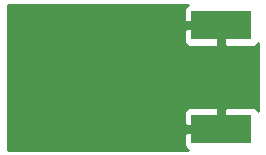
<source format=gbr>
G04 #@! TF.FileFunction,Copper,L2,Bot,Signal*
%FSLAX46Y46*%
G04 Gerber Fmt 4.6, Leading zero omitted, Abs format (unit mm)*
G04 Created by KiCad (PCBNEW 4.0.6) date 04/23/17 22:35:11*
%MOMM*%
%LPD*%
G01*
G04 APERTURE LIST*
%ADD10C,0.100000*%
%ADD11C,0.660400*%
%ADD12R,5.080000X2.413000*%
%ADD13C,0.254000*%
G04 APERTURE END LIST*
D10*
D11*
X150114000Y-102362000D03*
X150114000Y-108458000D03*
X162306000Y-108966000D03*
X159766000Y-108966000D03*
X157480000Y-108966000D03*
X154940000Y-108966000D03*
X152400000Y-108966000D03*
X162306000Y-101854000D03*
X160020000Y-101854000D03*
X157480000Y-101854000D03*
X154940000Y-101854000D03*
D12*
X165608000Y-101028500D03*
X165608000Y-109791500D03*
D11*
X152400000Y-101854000D03*
D13*
G36*
X162708302Y-99283673D02*
X162529673Y-99462301D01*
X162433000Y-99695690D01*
X162433000Y-100615750D01*
X162591750Y-100774500D01*
X165354000Y-100774500D01*
X165354000Y-100754500D01*
X165862000Y-100754500D01*
X165862000Y-100774500D01*
X165882000Y-100774500D01*
X165882000Y-101282500D01*
X165862000Y-101282500D01*
X165862000Y-102711250D01*
X166020750Y-102870000D01*
X168274309Y-102870000D01*
X168507698Y-102773327D01*
X168686327Y-102594699D01*
X168708000Y-102542376D01*
X168708000Y-108277624D01*
X168686327Y-108225301D01*
X168507698Y-108046673D01*
X168274309Y-107950000D01*
X166020750Y-107950000D01*
X165862000Y-108108750D01*
X165862000Y-109537500D01*
X165882000Y-109537500D01*
X165882000Y-110045500D01*
X165862000Y-110045500D01*
X165862000Y-110065500D01*
X165354000Y-110065500D01*
X165354000Y-110045500D01*
X162591750Y-110045500D01*
X162433000Y-110204250D01*
X162433000Y-111124310D01*
X162529673Y-111357699D01*
X162708302Y-111536327D01*
X162760625Y-111558000D01*
X147522000Y-111558000D01*
X147522000Y-108458690D01*
X162433000Y-108458690D01*
X162433000Y-109378750D01*
X162591750Y-109537500D01*
X165354000Y-109537500D01*
X165354000Y-108108750D01*
X165195250Y-107950000D01*
X162941691Y-107950000D01*
X162708302Y-108046673D01*
X162529673Y-108225301D01*
X162433000Y-108458690D01*
X147522000Y-108458690D01*
X147522000Y-101441250D01*
X162433000Y-101441250D01*
X162433000Y-102361310D01*
X162529673Y-102594699D01*
X162708302Y-102773327D01*
X162941691Y-102870000D01*
X165195250Y-102870000D01*
X165354000Y-102711250D01*
X165354000Y-101282500D01*
X162591750Y-101282500D01*
X162433000Y-101441250D01*
X147522000Y-101441250D01*
X147522000Y-99262000D01*
X162760625Y-99262000D01*
X162708302Y-99283673D01*
X162708302Y-99283673D01*
G37*
X162708302Y-99283673D02*
X162529673Y-99462301D01*
X162433000Y-99695690D01*
X162433000Y-100615750D01*
X162591750Y-100774500D01*
X165354000Y-100774500D01*
X165354000Y-100754500D01*
X165862000Y-100754500D01*
X165862000Y-100774500D01*
X165882000Y-100774500D01*
X165882000Y-101282500D01*
X165862000Y-101282500D01*
X165862000Y-102711250D01*
X166020750Y-102870000D01*
X168274309Y-102870000D01*
X168507698Y-102773327D01*
X168686327Y-102594699D01*
X168708000Y-102542376D01*
X168708000Y-108277624D01*
X168686327Y-108225301D01*
X168507698Y-108046673D01*
X168274309Y-107950000D01*
X166020750Y-107950000D01*
X165862000Y-108108750D01*
X165862000Y-109537500D01*
X165882000Y-109537500D01*
X165882000Y-110045500D01*
X165862000Y-110045500D01*
X165862000Y-110065500D01*
X165354000Y-110065500D01*
X165354000Y-110045500D01*
X162591750Y-110045500D01*
X162433000Y-110204250D01*
X162433000Y-111124310D01*
X162529673Y-111357699D01*
X162708302Y-111536327D01*
X162760625Y-111558000D01*
X147522000Y-111558000D01*
X147522000Y-108458690D01*
X162433000Y-108458690D01*
X162433000Y-109378750D01*
X162591750Y-109537500D01*
X165354000Y-109537500D01*
X165354000Y-108108750D01*
X165195250Y-107950000D01*
X162941691Y-107950000D01*
X162708302Y-108046673D01*
X162529673Y-108225301D01*
X162433000Y-108458690D01*
X147522000Y-108458690D01*
X147522000Y-101441250D01*
X162433000Y-101441250D01*
X162433000Y-102361310D01*
X162529673Y-102594699D01*
X162708302Y-102773327D01*
X162941691Y-102870000D01*
X165195250Y-102870000D01*
X165354000Y-102711250D01*
X165354000Y-101282500D01*
X162591750Y-101282500D01*
X162433000Y-101441250D01*
X147522000Y-101441250D01*
X147522000Y-99262000D01*
X162760625Y-99262000D01*
X162708302Y-99283673D01*
M02*

</source>
